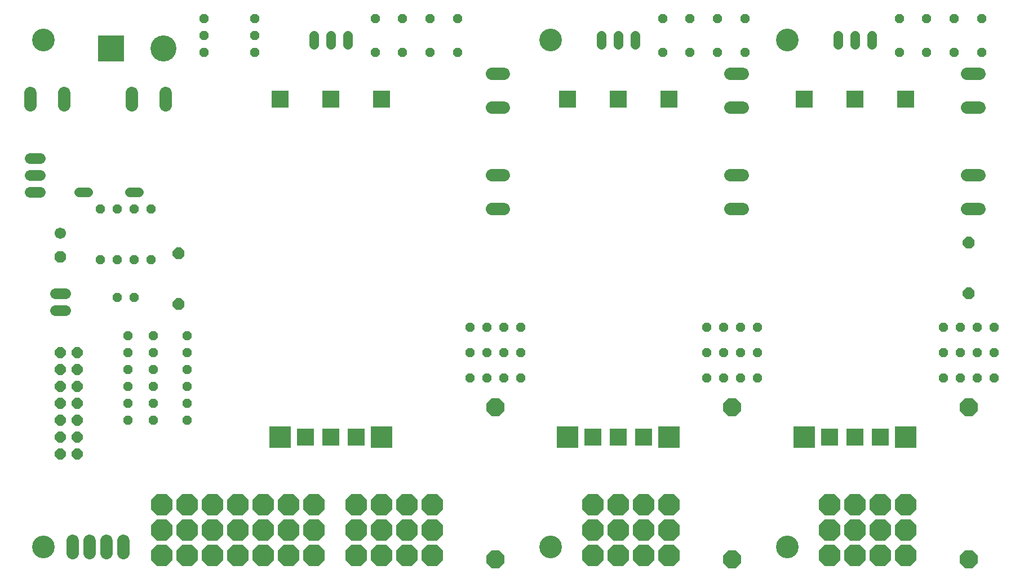
<source format=gbs>
G75*
%MOIN*%
%OFA0B0*%
%FSLAX25Y25*%
%IPPOS*%
%LPD*%
%AMOC8*
5,1,8,0,0,1.08239X$1,22.5*
%
%ADD10C,0.07450*%
%ADD11C,0.13400*%
%ADD12OC8,0.05600*%
%ADD13C,0.06400*%
%ADD14R,0.09849X0.09849*%
%ADD15R,0.13061X0.13061*%
%ADD16OC8,0.07000*%
%ADD17OC8,0.10400*%
%ADD18OC8,0.12900*%
%ADD19R,0.15400X0.15400*%
%ADD20C,0.15400*%
%ADD21OC8,0.06400*%
%ADD22C,0.05600*%
%ADD23OC8,0.06700*%
%ADD24C,0.06700*%
%ADD25C,0.07487*%
D10*
X0555225Y0510000D02*
X0562275Y0510000D01*
X0562275Y0530000D02*
X0555225Y0530000D01*
X0555225Y0570000D02*
X0562275Y0570000D01*
X0562275Y0590000D02*
X0555225Y0590000D01*
X0696475Y0590000D02*
X0703525Y0590000D01*
X0703525Y0570000D02*
X0696475Y0570000D01*
X0696475Y0530000D02*
X0703525Y0530000D01*
X0703525Y0510000D02*
X0696475Y0510000D01*
X0836475Y0510000D02*
X0843525Y0510000D01*
X0843525Y0530000D02*
X0836475Y0530000D01*
X0836475Y0570000D02*
X0843525Y0570000D01*
X0843525Y0590000D02*
X0836475Y0590000D01*
X0362500Y0578525D02*
X0362500Y0571475D01*
X0342500Y0571475D02*
X0342500Y0578525D01*
X0302500Y0578525D02*
X0302500Y0571475D01*
X0282500Y0571475D02*
X0282500Y0578525D01*
D11*
X0290000Y0610000D03*
X0590000Y0610000D03*
X0730000Y0610000D03*
X0730000Y0310000D03*
X0590000Y0310000D03*
X0290000Y0310000D03*
D12*
X0340000Y0385000D03*
X0340000Y0395000D03*
X0340000Y0405000D03*
X0340000Y0415000D03*
X0340000Y0425000D03*
X0340000Y0435000D03*
X0355000Y0435000D03*
X0355000Y0425000D03*
X0355000Y0415000D03*
X0355000Y0405000D03*
X0355000Y0395000D03*
X0375000Y0395000D03*
X0375000Y0405000D03*
X0375000Y0415000D03*
X0375000Y0425000D03*
X0375000Y0435000D03*
X0343750Y0457500D03*
X0333750Y0457500D03*
X0333750Y0480000D03*
X0323750Y0480000D03*
X0343750Y0480000D03*
X0353750Y0480000D03*
X0353750Y0510000D03*
X0343750Y0510000D03*
X0333750Y0510000D03*
X0323750Y0510000D03*
X0385000Y0602500D03*
X0385000Y0612500D03*
X0385000Y0622500D03*
X0415000Y0622500D03*
X0415000Y0612500D03*
X0415000Y0602500D03*
X0486250Y0602500D03*
X0502500Y0602500D03*
X0518750Y0602500D03*
X0535000Y0602500D03*
X0535000Y0622500D03*
X0518750Y0622500D03*
X0502500Y0622500D03*
X0486250Y0622500D03*
X0656250Y0622500D03*
X0672500Y0622500D03*
X0688750Y0622500D03*
X0705000Y0622500D03*
X0705000Y0602500D03*
X0688750Y0602500D03*
X0672500Y0602500D03*
X0656250Y0602500D03*
X0796250Y0602500D03*
X0812500Y0602500D03*
X0828750Y0602500D03*
X0845000Y0602500D03*
X0845000Y0622500D03*
X0828750Y0622500D03*
X0812500Y0622500D03*
X0796250Y0622500D03*
X0822500Y0440000D03*
X0832500Y0440000D03*
X0842500Y0440000D03*
X0852500Y0440000D03*
X0852500Y0425000D03*
X0842500Y0425000D03*
X0832500Y0425000D03*
X0822500Y0425000D03*
X0822500Y0410000D03*
X0832500Y0410000D03*
X0842500Y0410000D03*
X0852500Y0410000D03*
X0712500Y0410000D03*
X0702500Y0410000D03*
X0692500Y0410000D03*
X0682500Y0410000D03*
X0682500Y0425000D03*
X0692500Y0425000D03*
X0702500Y0425000D03*
X0712500Y0425000D03*
X0712500Y0440000D03*
X0702500Y0440000D03*
X0692500Y0440000D03*
X0682500Y0440000D03*
X0572500Y0440000D03*
X0562500Y0440000D03*
X0552500Y0440000D03*
X0542500Y0440000D03*
X0542500Y0425000D03*
X0552500Y0425000D03*
X0562500Y0425000D03*
X0572500Y0425000D03*
X0572500Y0410000D03*
X0562500Y0410000D03*
X0552500Y0410000D03*
X0542500Y0410000D03*
X0375000Y0385000D03*
X0355000Y0385000D03*
D13*
X0303000Y0450000D02*
X0297000Y0450000D01*
X0297000Y0460000D02*
X0303000Y0460000D01*
X0288000Y0520000D02*
X0282000Y0520000D01*
X0282000Y0530000D02*
X0288000Y0530000D01*
X0288000Y0540000D02*
X0282000Y0540000D01*
D14*
X0430000Y0575000D03*
X0460000Y0575000D03*
X0490000Y0575000D03*
X0600000Y0575000D03*
X0630000Y0575000D03*
X0660000Y0575000D03*
X0740000Y0575000D03*
X0770000Y0575000D03*
X0800000Y0575000D03*
X0785000Y0375000D03*
X0770000Y0375000D03*
X0755000Y0375000D03*
X0645000Y0375000D03*
X0630000Y0375000D03*
X0615000Y0375000D03*
X0475000Y0375000D03*
X0460000Y0375000D03*
X0445000Y0375000D03*
D15*
X0430000Y0375000D03*
X0490000Y0375000D03*
X0600000Y0375000D03*
X0660000Y0375000D03*
X0740000Y0375000D03*
X0800000Y0375000D03*
D16*
X0837500Y0460000D03*
X0837500Y0490000D03*
X0370000Y0483750D03*
X0370000Y0453750D03*
D17*
X0557500Y0392500D03*
X0557500Y0302500D03*
X0697500Y0302500D03*
X0697500Y0392500D03*
X0837500Y0392500D03*
X0837500Y0302500D03*
D18*
X0800000Y0305000D03*
X0800000Y0320000D03*
X0800000Y0335000D03*
X0785000Y0335000D03*
X0770000Y0335000D03*
X0755000Y0335000D03*
X0755000Y0320000D03*
X0770000Y0320000D03*
X0785000Y0320000D03*
X0785000Y0305000D03*
X0770000Y0305000D03*
X0755000Y0305000D03*
X0660000Y0305000D03*
X0645000Y0305000D03*
X0645000Y0320000D03*
X0660000Y0320000D03*
X0660000Y0335000D03*
X0645000Y0335000D03*
X0630000Y0335000D03*
X0615000Y0335000D03*
X0615000Y0320000D03*
X0630000Y0320000D03*
X0630000Y0305000D03*
X0615000Y0305000D03*
X0520000Y0305000D03*
X0505000Y0305000D03*
X0490000Y0305000D03*
X0490000Y0320000D03*
X0505000Y0320000D03*
X0520000Y0320000D03*
X0520000Y0335000D03*
X0505000Y0335000D03*
X0490000Y0335000D03*
X0475000Y0335000D03*
X0475000Y0320000D03*
X0475000Y0305000D03*
X0450000Y0305000D03*
X0435000Y0305000D03*
X0435000Y0320000D03*
X0450000Y0320000D03*
X0450000Y0335000D03*
X0435000Y0335000D03*
X0420000Y0335000D03*
X0405000Y0335000D03*
X0390000Y0335000D03*
X0390000Y0320000D03*
X0405000Y0320000D03*
X0420000Y0320000D03*
X0420000Y0305000D03*
X0405000Y0305000D03*
X0390000Y0305000D03*
X0375000Y0305000D03*
X0360000Y0305000D03*
X0360000Y0320000D03*
X0375000Y0320000D03*
X0375000Y0335000D03*
X0360000Y0335000D03*
D19*
X0330000Y0605000D03*
D20*
X0361047Y0605000D03*
D21*
X0310000Y0425000D03*
X0300000Y0425000D03*
X0300000Y0415000D03*
X0310000Y0415000D03*
X0310000Y0405000D03*
X0300000Y0405000D03*
X0300000Y0395000D03*
X0310000Y0395000D03*
X0310000Y0385000D03*
X0300000Y0385000D03*
X0300000Y0375000D03*
X0310000Y0375000D03*
X0310000Y0365000D03*
X0300000Y0365000D03*
D22*
X0311150Y0520000D02*
X0316350Y0520000D01*
X0341150Y0520000D02*
X0346350Y0520000D01*
X0450000Y0607400D02*
X0450000Y0612600D01*
X0460000Y0612600D02*
X0460000Y0607400D01*
X0470000Y0607400D02*
X0470000Y0612600D01*
X0620000Y0612600D02*
X0620000Y0607400D01*
X0630000Y0607400D02*
X0630000Y0612600D01*
X0640000Y0612600D02*
X0640000Y0607400D01*
X0760000Y0607400D02*
X0760000Y0612600D01*
X0770000Y0612600D02*
X0770000Y0607400D01*
X0780000Y0607400D02*
X0780000Y0612600D01*
D23*
X0300000Y0481750D03*
D24*
X0300000Y0495750D03*
D25*
X0307500Y0313543D02*
X0307500Y0306457D01*
X0317500Y0306457D02*
X0317500Y0313543D01*
X0327500Y0313543D02*
X0327500Y0306457D01*
X0337500Y0306457D02*
X0337500Y0313543D01*
M02*

</source>
